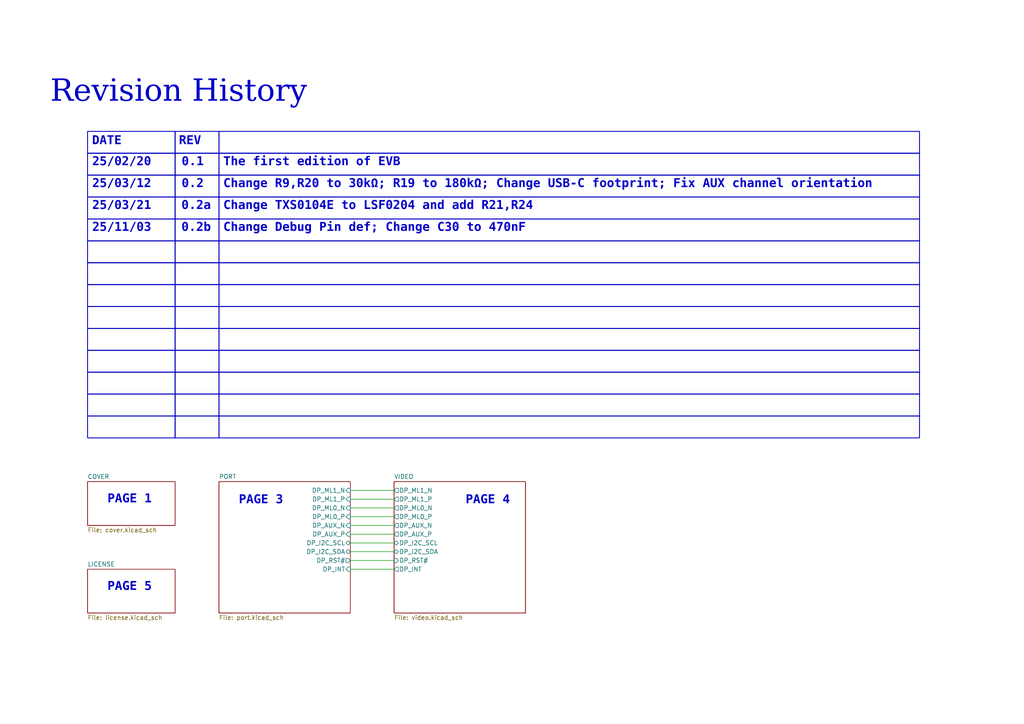
<source format=kicad_sch>
(kicad_sch
	(version 20250114)
	(generator "eeschema")
	(generator_version "9.0")
	(uuid "cbfeefcb-b645-46cd-9b01-7e54716c2cc6")
	(paper "A4")
	(lib_symbols)
	(rectangle
		(start 50.8 82.55)
		(end 63.5 88.9)
		(stroke
			(width 0.254)
			(type default)
		)
		(fill
			(type none)
		)
		(uuid 015a45d3-b036-4151-a274-681c3d58a305)
	)
	(rectangle
		(start 50.8 63.5)
		(end 63.5 69.85)
		(stroke
			(width 0.254)
			(type default)
		)
		(fill
			(type none)
		)
		(uuid 038d9b94-99ed-4b8b-8483-c726fb899f30)
	)
	(rectangle
		(start 25.4 76.2)
		(end 50.8 82.55)
		(stroke
			(width 0.254)
			(type default)
		)
		(fill
			(type none)
		)
		(uuid 0d935eb3-868a-4af2-9e01-48b1352b4b86)
	)
	(rectangle
		(start 25.4 38.1)
		(end 50.8 44.45)
		(stroke
			(width 0.254)
			(type default)
		)
		(fill
			(type none)
		)
		(uuid 1ce4eed0-2808-4877-855e-34713ea540b3)
	)
	(rectangle
		(start 50.8 57.15)
		(end 63.5 63.5)
		(stroke
			(width 0.254)
			(type default)
		)
		(fill
			(type none)
		)
		(uuid 26dd4f59-ae15-4eae-a92e-b7c8b5e22d95)
	)
	(rectangle
		(start 25.4 63.5)
		(end 50.8 69.85)
		(stroke
			(width 0.254)
			(type default)
		)
		(fill
			(type none)
		)
		(uuid 42dca200-3700-48e0-9f97-df3d1c244b4f)
	)
	(rectangle
		(start 50.8 76.2)
		(end 63.5 82.55)
		(stroke
			(width 0.254)
			(type default)
		)
		(fill
			(type none)
		)
		(uuid 43ec0daa-c506-41db-ad47-f21e6e7b54f0)
	)
	(rectangle
		(start 50.8 95.25)
		(end 63.5 101.6)
		(stroke
			(width 0.254)
			(type default)
		)
		(fill
			(type none)
		)
		(uuid 4f5ac490-ce54-47bc-b3df-f3d4e151d78c)
	)
	(rectangle
		(start 25.4 101.6)
		(end 50.8 107.95)
		(stroke
			(width 0.254)
			(type default)
		)
		(fill
			(type none)
		)
		(uuid 52fb5764-9200-4636-81bc-001b8253116b)
	)
	(rectangle
		(start 50.8 38.1)
		(end 63.5 44.45)
		(stroke
			(width 0.254)
			(type default)
		)
		(fill
			(type none)
		)
		(uuid 56c350e1-93ef-4dae-b907-1b61f8b69006)
	)
	(rectangle
		(start 25.4 95.25)
		(end 50.8 101.6)
		(stroke
			(width 0.254)
			(type default)
		)
		(fill
			(type none)
		)
		(uuid 57c7af94-87c3-419a-861e-789b1c072e3c)
	)
	(rectangle
		(start 25.4 57.15)
		(end 50.8 63.5)
		(stroke
			(width 0.254)
			(type default)
		)
		(fill
			(type none)
		)
		(uuid 62a92636-786a-4aaf-b014-450a0c559220)
	)
	(rectangle
		(start 50.8 50.8)
		(end 63.5 57.15)
		(stroke
			(width 0.254)
			(type default)
		)
		(fill
			(type none)
		)
		(uuid 6fe4146c-018f-4e90-a7c1-413421d592ed)
	)
	(rectangle
		(start 50.8 120.65)
		(end 63.5 127)
		(stroke
			(width 0.254)
			(type default)
		)
		(fill
			(type none)
		)
		(uuid 7a98054f-c9bd-4c3e-8f2d-23fb7cfe01c4)
	)
	(rectangle
		(start 25.4 82.55)
		(end 50.8 88.9)
		(stroke
			(width 0.254)
			(type default)
		)
		(fill
			(type none)
		)
		(uuid 82dc42a5-f577-4420-90ee-26af19c05cca)
	)
	(rectangle
		(start 25.4 44.45)
		(end 50.8 50.8)
		(stroke
			(width 0.254)
			(type default)
		)
		(fill
			(type none)
		)
		(uuid 8a11559d-b027-4c08-a8f2-83a2d297fcc8)
	)
	(rectangle
		(start 50.8 101.6)
		(end 63.5 107.95)
		(stroke
			(width 0.254)
			(type default)
		)
		(fill
			(type none)
		)
		(uuid 96819d53-7429-447d-9290-561194b75701)
	)
	(rectangle
		(start 50.8 88.9)
		(end 63.5 95.25)
		(stroke
			(width 0.254)
			(type default)
		)
		(fill
			(type none)
		)
		(uuid 9719f7d9-96b9-4826-a8ee-4848187f4ca4)
	)
	(rectangle
		(start 50.8 69.85)
		(end 63.5 76.2)
		(stroke
			(width 0.254)
			(type default)
		)
		(fill
			(type none)
		)
		(uuid a8134ca9-c57c-48d0-9f09-761ba4ad0003)
	)
	(rectangle
		(start 25.4 88.9)
		(end 50.8 95.25)
		(stroke
			(width 0.254)
			(type default)
		)
		(fill
			(type none)
		)
		(uuid ad2cb996-7252-4695-9da7-5e95c2b115b9)
	)
	(rectangle
		(start 50.8 107.95)
		(end 63.5 114.3)
		(stroke
			(width 0.254)
			(type default)
		)
		(fill
			(type none)
		)
		(uuid afdd3188-0ac5-4fa8-9173-086a27bf4c1f)
	)
	(rectangle
		(start 25.4 50.8)
		(end 50.8 57.15)
		(stroke
			(width 0.254)
			(type default)
		)
		(fill
			(type none)
		)
		(uuid c08c0c4f-e124-49d5-9202-ee18fe68a665)
	)
	(rectangle
		(start 25.4 107.95)
		(end 50.8 114.3)
		(stroke
			(width 0.254)
			(type default)
		)
		(fill
			(type none)
		)
		(uuid cbcf0e78-f6aa-4b4b-b502-2d0da20de832)
	)
	(rectangle
		(start 25.4 120.65)
		(end 50.8 127)
		(stroke
			(width 0.254)
			(type default)
		)
		(fill
			(type none)
		)
		(uuid dbd77cb2-fd25-4dc8-8eed-12eccda819a1)
	)
	(rectangle
		(start 50.8 114.3)
		(end 63.5 120.65)
		(stroke
			(width 0.254)
			(type default)
		)
		(fill
			(type none)
		)
		(uuid e635ec94-b59c-453e-a144-428d3410a1d7)
	)
	(rectangle
		(start 25.4 69.85)
		(end 50.8 76.2)
		(stroke
			(width 0.254)
			(type default)
		)
		(fill
			(type none)
		)
		(uuid eb0762be-721c-4495-9ab7-28b2e480707c)
	)
	(rectangle
		(start 25.4 114.3)
		(end 50.8 120.65)
		(stroke
			(width 0.254)
			(type default)
		)
		(fill
			(type none)
		)
		(uuid ef3ed6f2-8f00-4e31-80df-36a5b2bf91f9)
	)
	(rectangle
		(start 50.8 44.45)
		(end 63.5 50.8)
		(stroke
			(width 0.254)
			(type default)
		)
		(fill
			(type none)
		)
		(uuid f0072e33-6124-4a00-9c65-80696b3ebcc6)
	)
	(text "Change Debug Pin def; Change C30 to 470nF"
		(exclude_from_sim no)
		(at 64.77 66.802 0)
		(effects
			(font
				(face "Courier New")
				(size 2.54 2.54)
				(thickness 0.508)
				(bold yes)
			)
			(justify left)
		)
		(uuid "09df6fa5-78e9-4253-92d7-176d105f005d")
	)
	(text "Change TXS0104E to LSF0204 and add R21,R24"
		(exclude_from_sim no)
		(at 64.77 60.452 0)
		(effects
			(font
				(face "Courier New")
				(size 2.54 2.54)
				(thickness 0.508)
				(bold yes)
			)
			(justify left)
		)
		(uuid "14ae2334-d108-40a3-a36e-7ebe3a9939a9")
	)
	(text "PAGE 5"
		(exclude_from_sim no)
		(at 37.592 170.942 0)
		(effects
			(font
				(face "Courier New")
				(size 2.54 2.54)
				(thickness 0.254)
				(bold yes)
			)
		)
		(uuid "14bc3684-288c-4ff9-b005-e071fd472b67")
	)
	(text "25/11/03"
		(exclude_from_sim no)
		(at 35.306 66.802 0)
		(effects
			(font
				(face "Courier New")
				(size 2.54 2.54)
				(thickness 0.508)
				(bold yes)
			)
		)
		(uuid "1ddcaa3a-d28e-4401-8269-ef7ecd1c8cf7")
	)
	(text "PAGE 3"
		(exclude_from_sim no)
		(at 75.692 145.796 0)
		(effects
			(font
				(face "Courier New")
				(size 2.54 2.54)
				(thickness 0.254)
				(bold yes)
			)
		)
		(uuid "2c00c691-1219-4dcd-b030-58c6c40b859a")
	)
	(text "PAGE 1"
		(exclude_from_sim no)
		(at 37.592 145.542 0)
		(effects
			(font
				(face "Courier New")
				(size 2.54 2.54)
				(thickness 0.254)
				(bold yes)
			)
		)
		(uuid "2cee3f58-3e34-4c76-95c3-e9160940b0f3")
	)
	(text "0.2b\n"
		(exclude_from_sim no)
		(at 56.896 66.802 0)
		(effects
			(font
				(face "Courier New")
				(size 2.54 2.54)
				(thickness 0.508)
				(bold yes)
			)
		)
		(uuid "62ec2623-ed05-41ed-8fbe-d048b34a659e")
	)
	(text "Change R9,R20 to 30kΩ; R19 to 180kΩ; Change USB-C footprint; Fix AUX channel orientation"
		(exclude_from_sim no)
		(at 64.77 54.102 0)
		(effects
			(font
				(face "Courier New")
				(size 2.54 2.54)
				(thickness 0.508)
				(bold yes)
			)
			(justify left)
		)
		(uuid "71062be9-0d5c-4b67-b5d5-406908f8b34d")
	)
	(text "0.1"
		(exclude_from_sim no)
		(at 55.88 47.752 0)
		(effects
			(font
				(face "Courier New")
				(size 2.54 2.54)
				(thickness 0.508)
				(bold yes)
			)
		)
		(uuid "978276ec-4e09-42a5-8d91-9e4100c560f4")
	)
	(text "Revision History"
		(exclude_from_sim no)
		(at 51.816 28.448 0)
		(effects
			(font
				(face "Times New Roman")
				(size 6.35 6.35)
				(italic yes)
			)
		)
		(uuid "b351beb7-b857-42fd-85a2-36407068f9d7")
	)
	(text "The first edition of EVB"
		(exclude_from_sim no)
		(at 64.77 47.752 0)
		(effects
			(font
				(face "Courier New")
				(size 2.54 2.54)
				(thickness 0.508)
				(bold yes)
			)
			(justify left)
		)
		(uuid "b9aaf498-8955-40dd-b5c9-bf10e94f4728")
	)
	(text "DATE"
		(exclude_from_sim no)
		(at 30.988 41.656 0)
		(effects
			(font
				(face "Courier New")
				(size 2.54 2.54)
				(thickness 0.254)
				(bold yes)
			)
		)
		(uuid "cf4578ca-64e4-4290-b0d8-2c08bb4e6564")
	)
	(text "25/03/12"
		(exclude_from_sim no)
		(at 35.306 54.102 0)
		(effects
			(font
				(face "Courier New")
				(size 2.54 2.54)
				(thickness 0.508)
				(bold yes)
			)
		)
		(uuid "e97ab928-5e93-4ba4-8dc4-50fd214dcc59")
	)
	(text "0.2a"
		(exclude_from_sim no)
		(at 56.896 60.452 0)
		(effects
			(font
				(face "Courier New")
				(size 2.54 2.54)
				(thickness 0.508)
				(bold yes)
			)
		)
		(uuid "ed977c35-e215-45f1-9ddb-14a855719034")
	)
	(text "0.2"
		(exclude_from_sim no)
		(at 55.88 54.102 0)
		(effects
			(font
				(face "Courier New")
				(size 2.54 2.54)
				(thickness 0.508)
				(bold yes)
			)
		)
		(uuid "f275af51-0d2d-4abb-bd1e-a1676f37ed78")
	)
	(text "25/03/21"
		(exclude_from_sim no)
		(at 35.306 60.452 0)
		(effects
			(font
				(face "Courier New")
				(size 2.54 2.54)
				(thickness 0.508)
				(bold yes)
			)
		)
		(uuid "f2f7d570-0502-4587-a733-58465d214a57")
	)
	(text "PAGE 4"
		(exclude_from_sim no)
		(at 141.478 145.796 0)
		(effects
			(font
				(face "Courier New")
				(size 2.54 2.54)
				(thickness 0.254)
				(bold yes)
			)
		)
		(uuid "f6ea1239-3fd4-40f7-a24c-511f45ecc765")
	)
	(text "REV"
		(exclude_from_sim no)
		(at 55.118 41.656 0)
		(effects
			(font
				(face "Courier New")
				(size 2.54 2.54)
				(thickness 0.254)
				(bold yes)
			)
		)
		(uuid "fd32a9c5-a023-4990-ad0c-758d7ca8f52e")
	)
	(text "25/02/20"
		(exclude_from_sim no)
		(at 35.306 47.752 0)
		(effects
			(font
				(face "Courier New")
				(size 2.54 2.54)
				(thickness 0.508)
				(bold yes)
			)
		)
		(uuid "fff6f71b-67d4-4822-8b31-29045ca7d9c0")
	)
	(text_box ""
		(exclude_from_sim no)
		(at 63.5 107.95 0)
		(size 203.2 6.35)
		(margins 1.0795 1.0795 1.0795 1.0795)
		(stroke
			(width 0.254)
			(type default)
		)
		(fill
			(type none)
		)
		(effects
			(font
				(size 1.27 1.27)
				(thickness 0.254)
				(bold yes)
			)
			(justify left top)
		)
		(uuid "037ee987-0f40-4bf5-bf43-25e771166864")
	)
	(text_box ""
		(exclude_from_sim no)
		(at 63.5 120.65 0)
		(size 203.2 6.35)
		(margins 1.0795 1.0795 1.0795 1.0795)
		(stroke
			(width 0.254)
			(type default)
		)
		(fill
			(type none)
		)
		(effects
			(font
				(size 1.27 1.27)
				(thickness 0.254)
				(bold yes)
			)
			(justify left top)
		)
		(uuid "0c30ab7c-2e77-492d-b4c2-ca5ce92e925e")
	)
	(text_box ""
		(exclude_from_sim no)
		(at 63.5 114.3 0)
		(size 203.2 6.35)
		(margins 1.0795 1.0795 1.0795 1.0795)
		(stroke
			(width 0.254)
			(type default)
		)
		(fill
			(type none)
		)
		(effects
			(font
				(size 1.27 1.27)
				(thickness 0.254)
				(bold yes)
			)
			(justify left top)
		)
		(uuid "1562605e-ac1f-42b9-8502-b31bd9aff3b1")
	)
	(text_box ""
		(exclude_from_sim no)
		(at 63.5 63.5 0)
		(size 203.2 6.35)
		(margins 1.0795 1.0795 1.0795 1.0795)
		(stroke
			(width 0.254)
			(type default)
		)
		(fill
			(type none)
		)
		(effects
			(font
				(size 1.27 1.27)
				(thickness 0.254)
				(bold yes)
			)
			(justify left top)
		)
		(uuid "2831d38c-bd24-40f9-bd6f-2eb009fdaff0")
	)
	(text_box ""
		(exclude_from_sim no)
		(at 63.5 50.8 0)
		(size 203.2 6.35)
		(margins 1.0795 1.0795 1.0795 1.0795)
		(stroke
			(width 0.254)
			(type default)
		)
		(fill
			(type none)
		)
		(effects
			(font
				(size 1.27 1.27)
				(thickness 0.254)
				(bold yes)
			)
			(justify left top)
		)
		(uuid "31df1d64-3f9d-4988-bd15-1bd583d4a3a4")
	)
	(text_box ""
		(exclude_from_sim no)
		(at 63.5 101.6 0)
		(size 203.2 6.35)
		(margins 1.0795 1.0795 1.0795 1.0795)
		(stroke
			(width 0.254)
			(type default)
		)
		(fill
			(type none)
		)
		(effects
			(font
				(size 1.27 1.27)
				(thickness 0.254)
				(bold yes)
			)
			(justify left top)
		)
		(uuid "328e7071-7fc5-4f6a-9ea4-59203a0416bc")
	)
	(text_box ""
		(exclude_from_sim no)
		(at 63.5 82.55 0)
		(size 203.2 6.35)
		(margins 1.0795 1.0795 1.0795 1.0795)
		(stroke
			(width 0.254)
			(type default)
		)
		(fill
			(type none)
		)
		(effects
			(font
				(size 1.27 1.27)
				(thickness 0.254)
				(bold yes)
			)
			(justify left top)
		)
		(uuid "38a83606-2184-480d-9af9-a136914cd150")
	)
	(text_box ""
		(exclude_from_sim no)
		(at 63.5 38.1 0)
		(size 203.2 6.35)
		(margins 1.0795 1.0795 1.0795 1.0795)
		(stroke
			(width 0.254)
			(type default)
		)
		(fill
			(type none)
		)
		(effects
			(font
				(size 1.27 1.27)
				(thickness 0.254)
				(bold yes)
			)
			(justify left top)
		)
		(uuid "672f7e70-2933-41a9-8740-c0798d496559")
	)
	(text_box ""
		(exclude_from_sim no)
		(at 63.5 69.85 0)
		(size 203.2 6.35)
		(margins 1.0795 1.0795 1.0795 1.0795)
		(stroke
			(width 0.254)
			(type default)
		)
		(fill
			(type none)
		)
		(effects
			(font
				(size 1.27 1.27)
				(thickness 0.254)
				(bold yes)
			)
			(justify left top)
		)
		(uuid "8db118eb-7465-4083-8c26-1f5874bf3997")
	)
	(text_box ""
		(exclude_from_sim no)
		(at 63.5 88.9 0)
		(size 203.2 6.35)
		(margins 1.0795 1.0795 1.0795 1.0795)
		(stroke
			(width 0.254)
			(type default)
		)
		(fill
			(type none)
		)
		(effects
			(font
				(size 1.27 1.27)
				(thickness 0.254)
				(bold yes)
			)
			(justify left top)
		)
		(uuid "9817e339-5497-4b81-86fc-78a2e78c995b")
	)
	(text_box ""
		(exclude_from_sim no)
		(at 63.5 95.25 0)
		(size 203.2 6.35)
		(margins 1.0795 1.0795 1.0795 1.0795)
		(stroke
			(width 0.254)
			(type default)
		)
		(fill
			(type none)
		)
		(effects
			(font
				(size 1.27 1.27)
				(thickness 0.254)
				(bold yes)
			)
			(justify left top)
		)
		(uuid "9a602c20-22af-4d66-9063-e46948fbf1bd")
	)
	(text_box ""
		(exclude_from_sim no)
		(at 63.5 57.15 0)
		(size 203.2 6.35)
		(margins 1.0795 1.0795 1.0795 1.0795)
		(stroke
			(width 0.254)
			(type default)
		)
		(fill
			(type none)
		)
		(effects
			(font
				(size 1.27 1.27)
				(thickness 0.254)
				(bold yes)
			)
			(justify left top)
		)
		(uuid "c80e5b5f-98d3-4124-9e65-59595b29374c")
	)
	(text_box ""
		(exclude_from_sim no)
		(at 63.5 76.2 0)
		(size 203.2 6.35)
		(margins 1.0795 1.0795 1.0795 1.0795)
		(stroke
			(width 0.254)
			(type default)
		)
		(fill
			(type none)
		)
		(effects
			(font
				(size 1.27 1.27)
				(thickness 0.254)
				(bold yes)
			)
			(justify left top)
		)
		(uuid "f6044794-81ac-4012-8b2a-3f0aedd28a23")
	)
	(text_box ""
		(exclude_from_sim no)
		(at 63.5 44.45 0)
		(size 203.2 6.35)
		(margins 1.0795 1.0795 1.0795 1.0795)
		(stroke
			(width 0.254)
			(type default)
		)
		(fill
			(type none)
		)
		(effects
			(font
				(size 1.27 1.27)
				(thickness 0.254)
				(bold yes)
			)
			(justify left top)
		)
		(uuid "ffa804f7-5a76-4b18-a830-08c999896f0c")
	)
	(wire
		(pts
			(xy 101.6 160.02) (xy 114.3 160.02)
		)
		(stroke
			(width 0)
			(type default)
		)
		(uuid "137c078b-d2bc-4bc1-9c9f-dff60bbab66e")
	)
	(wire
		(pts
			(xy 101.6 142.24) (xy 114.3 142.24)
		)
		(stroke
			(width 0)
			(type default)
		)
		(uuid "1b8a526a-0051-4ab3-8f50-e40bdf59718b")
	)
	(wire
		(pts
			(xy 101.6 152.4) (xy 114.3 152.4)
		)
		(stroke
			(width 0)
			(type default)
		)
		(uuid "1c031e14-1f73-45ea-8b67-a5a1c8b2c260")
	)
	(wire
		(pts
			(xy 101.6 157.48) (xy 114.3 157.48)
		)
		(stroke
			(width 0)
			(type default)
		)
		(uuid "1c87a013-e4e9-47d3-8f3a-6a1190fa0f69")
	)
	(wire
		(pts
			(xy 101.6 165.1) (xy 114.3 165.1)
		)
		(stroke
			(width 0)
			(type default)
		)
		(uuid "63cc440c-dfc8-4bd2-a273-facb0c1f1b2a")
	)
	(wire
		(pts
			(xy 101.6 144.78) (xy 114.3 144.78)
		)
		(stroke
			(width 0)
			(type default)
		)
		(uuid "9b93080b-3527-4adf-a397-9598ad387c9b")
	)
	(wire
		(pts
			(xy 101.6 149.86) (xy 114.3 149.86)
		)
		(stroke
			(width 0)
			(type default)
		)
		(uuid "9d805e66-1602-4469-9d96-809b355bc308")
	)
	(wire
		(pts
			(xy 101.6 154.94) (xy 114.3 154.94)
		)
		(stroke
			(width 0)
			(type default)
		)
		(uuid "a1663fcd-7689-41ae-bda7-eebbc6bcc16a")
	)
	(wire
		(pts
			(xy 101.6 147.32) (xy 114.3 147.32)
		)
		(stroke
			(width 0)
			(type default)
		)
		(uuid "cfaee3ec-cb22-47b9-b64a-5d861394d14c")
	)
	(wire
		(pts
			(xy 101.6 162.56) (xy 114.3 162.56)
		)
		(stroke
			(width 0)
			(type default)
		)
		(uuid "f82da753-6e4e-40c1-82c3-047873162888")
	)
	(sheet
		(at 25.4 139.7)
		(size 25.4 12.7)
		(exclude_from_sim no)
		(in_bom yes)
		(on_board yes)
		(dnp no)
		(fields_autoplaced yes)
		(stroke
			(width 0.1524)
			(type solid)
		)
		(fill
			(color 0 0 0 0.0000)
		)
		(uuid "09b56534-20cd-4f16-a91f-f4b1f644c17a")
		(property "Sheetname" "COVER"
			(at 25.4 138.9884 0)
			(effects
				(font
					(size 1.27 1.27)
				)
				(justify left bottom)
			)
		)
		(property "Sheetfile" "cover.kicad_sch"
			(at 25.4 152.9846 0)
			(effects
				(font
					(size 1.27 1.27)
				)
				(justify left top)
			)
		)
		(instances
			(project "pdaltmode"
				(path "/cbfeefcb-b645-46cd-9b01-7e54716c2cc6"
					(page "1")
				)
			)
		)
	)
	(sheet
		(at 114.3 139.7)
		(size 38.1 38.1)
		(exclude_from_sim no)
		(in_bom yes)
		(on_board yes)
		(dnp no)
		(fields_autoplaced yes)
		(stroke
			(width 0.1524)
			(type solid)
		)
		(fill
			(color 0 0 0 0.0000)
		)
		(uuid "d3aad457-394a-4e23-9214-5365be8f4e5d")
		(property "Sheetname" "VIDEO"
			(at 114.3 138.9884 0)
			(effects
				(font
					(size 1.27 1.27)
				)
				(justify left bottom)
			)
		)
		(property "Sheetfile" "video.kicad_sch"
			(at 114.3 178.3846 0)
			(effects
				(font
					(size 1.27 1.27)
				)
				(justify left top)
			)
		)
		(pin "DP_RST#" input
			(at 114.3 162.56 180)
			(uuid "1d2ed51f-86df-4fb0-b541-71bb8da31b33")
			(effects
				(font
					(size 1.27 1.27)
				)
				(justify left)
			)
		)
		(pin "DP_INT" output
			(at 114.3 165.1 180)
			(uuid "2b55ea1b-cd48-4c25-99da-a7d72233de4c")
			(effects
				(font
					(size 1.27 1.27)
				)
				(justify left)
			)
		)
		(pin "DP_I2C_SDA" bidirectional
			(at 114.3 160.02 180)
			(uuid "c3414d29-7796-4a3b-a75c-23dfedc33ff8")
			(effects
				(font
					(size 1.27 1.27)
				)
				(justify left)
			)
		)
		(pin "DP_I2C_SCL" bidirectional
			(at 114.3 157.48 180)
			(uuid "a6a55663-0cf8-4a7d-b9d5-54edcf194e80")
			(effects
				(font
					(size 1.27 1.27)
				)
				(justify left)
			)
		)
		(pin "DP_ML0_N" output
			(at 114.3 147.32 180)
			(uuid "10a6a726-93cb-4005-a28c-3748a5322ac7")
			(effects
				(font
					(size 1.27 1.27)
				)
				(justify left)
			)
		)
		(pin "DP_ML0_P" output
			(at 114.3 149.86 180)
			(uuid "98c4ef16-20e4-4736-8ccf-7adab08b6fc7")
			(effects
				(font
					(size 1.27 1.27)
				)
				(justify left)
			)
		)
		(pin "DP_ML1_P" output
			(at 114.3 144.78 180)
			(uuid "4e65d388-cb3e-41ea-8cce-a892004b7cbf")
			(effects
				(font
					(size 1.27 1.27)
				)
				(justify left)
			)
		)
		(pin "DP_AUX_N" output
			(at 114.3 152.4 180)
			(uuid "edcc5d04-8751-4e70-9faf-8347ab9619f8")
			(effects
				(font
					(size 1.27 1.27)
				)
				(justify left)
			)
		)
		(pin "DP_AUX_P" output
			(at 114.3 154.94 180)
			(uuid "2f3be77f-8f55-445a-9386-28951df9071c")
			(effects
				(font
					(size 1.27 1.27)
				)
				(justify left)
			)
		)
		(pin "DP_ML1_N" output
			(at 114.3 142.24 180)
			(uuid "8cd22ce3-b732-4312-8f09-ad106c11c561")
			(effects
				(font
					(size 1.27 1.27)
				)
				(justify left)
			)
		)
		(instances
			(project "pdaltmode"
				(path "/cbfeefcb-b645-46cd-9b01-7e54716c2cc6"
					(page "4")
				)
			)
		)
	)
	(sheet
		(at 25.4 165.1)
		(size 25.4 12.7)
		(exclude_from_sim no)
		(in_bom yes)
		(on_board yes)
		(dnp no)
		(fields_autoplaced yes)
		(stroke
			(width 0.1524)
			(type solid)
		)
		(fill
			(color 0 0 0 0.0000)
		)
		(uuid "d8814d94-37ae-44b9-9c06-9489e42ad8e0")
		(property "Sheetname" "LICENSE"
			(at 25.4 164.3884 0)
			(effects
				(font
					(size 1.27 1.27)
				)
				(justify left bottom)
			)
		)
		(property "Sheetfile" "license.kicad_sch"
			(at 25.4 178.3846 0)
			(effects
				(font
					(size 1.27 1.27)
				)
				(justify left top)
			)
		)
		(instances
			(project "pdaltmode"
				(path "/cbfeefcb-b645-46cd-9b01-7e54716c2cc6"
					(page "5")
				)
			)
		)
	)
	(sheet
		(at 63.5 139.7)
		(size 38.1 38.1)
		(exclude_from_sim no)
		(in_bom yes)
		(on_board yes)
		(dnp no)
		(fields_autoplaced yes)
		(stroke
			(width 0.1524)
			(type solid)
		)
		(fill
			(color 0 0 0 0.0000)
		)
		(uuid "e66ea4cb-91f3-4ff6-bd3b-b8505c2ac011")
		(property "Sheetname" "PORT"
			(at 63.5 138.9884 0)
			(effects
				(font
					(size 1.27 1.27)
				)
				(justify left bottom)
			)
		)
		(property "Sheetfile" "port.kicad_sch"
			(at 63.5 178.3846 0)
			(effects
				(font
					(size 1.27 1.27)
				)
				(justify left top)
			)
		)
		(pin "DP_ML1_N" input
			(at 101.6 142.24 0)
			(uuid "783b0489-da1c-4efb-9c3d-144333949190")
			(effects
				(font
					(size 1.27 1.27)
				)
				(justify right)
			)
		)
		(pin "DP_ML1_P" input
			(at 101.6 144.78 0)
			(uuid "aa5243c0-8b02-4e1e-8014-67fbd9f89431")
			(effects
				(font
					(size 1.27 1.27)
				)
				(justify right)
			)
		)
		(pin "DP_ML0_N" input
			(at 101.6 147.32 0)
			(uuid "5e32d9cd-01bf-4959-a3df-19abb0cb1030")
			(effects
				(font
					(size 1.27 1.27)
				)
				(justify right)
			)
		)
		(pin "DP_ML0_P" input
			(at 101.6 149.86 0)
			(uuid "79e8ee1b-3c30-4115-9a09-5f434d6eb22c")
			(effects
				(font
					(size 1.27 1.27)
				)
				(justify right)
			)
		)
		(pin "DP_AUX_N" input
			(at 101.6 152.4 0)
			(uuid "01b07dbf-314a-4194-b47e-a8db1dcdce5d")
			(effects
				(font
					(size 1.27 1.27)
				)
				(justify right)
			)
		)
		(pin "DP_AUX_P" input
			(at 101.6 154.94 0)
			(uuid "30782f28-a1b1-4868-a9c2-4e7661405698")
			(effects
				(font
					(size 1.27 1.27)
				)
				(justify right)
			)
		)
		(pin "DP_I2C_SCL" bidirectional
			(at 101.6 157.48 0)
			(uuid "486c78e1-b546-4b85-9dd5-8dfe70bca68a")
			(effects
				(font
					(size 1.27 1.27)
				)
				(justify right)
			)
		)
		(pin "DP_INT" input
			(at 101.6 165.1 0)
			(uuid "404eeb44-3c1c-412f-af23-22cdf6073f6f")
			(effects
				(font
					(size 1.27 1.27)
				)
				(justify right)
			)
		)
		(pin "DP_RST#" output
			(at 101.6 162.56 0)
			(uuid "7b7ad3d2-d46a-4206-a7f0-d8c51c036a77")
			(effects
				(font
					(size 1.27 1.27)
				)
				(justify right)
			)
		)
		(pin "DP_I2C_SDA" bidirectional
			(at 101.6 160.02 0)
			(uuid "854826fa-a086-4bf1-8005-8b84640ac7a6")
			(effects
				(font
					(size 1.27 1.27)
				)
				(justify right)
			)
		)
		(instances
			(project "pdaltmode"
				(path "/cbfeefcb-b645-46cd-9b01-7e54716c2cc6"
					(page "3")
				)
			)
		)
	)
	(sheet_instances
		(path "/"
			(page "2")
		)
	)
	(embedded_fonts no)
)

</source>
